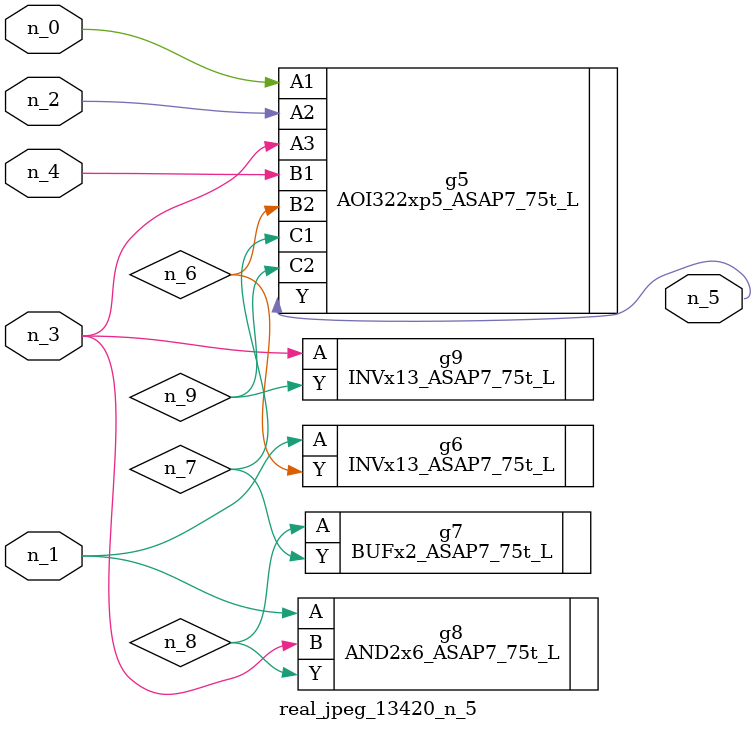
<source format=v>
module real_jpeg_13420_n_5 (n_4, n_0, n_1, n_2, n_3, n_5);

input n_4;
input n_0;
input n_1;
input n_2;
input n_3;

output n_5;

wire n_8;
wire n_6;
wire n_7;
wire n_9;

AOI322xp5_ASAP7_75t_L g5 ( 
.A1(n_0),
.A2(n_2),
.A3(n_3),
.B1(n_4),
.B2(n_6),
.C1(n_7),
.C2(n_9),
.Y(n_5)
);

INVx13_ASAP7_75t_L g6 ( 
.A(n_1),
.Y(n_6)
);

AND2x6_ASAP7_75t_L g8 ( 
.A(n_1),
.B(n_3),
.Y(n_8)
);

INVx13_ASAP7_75t_L g9 ( 
.A(n_3),
.Y(n_9)
);

BUFx2_ASAP7_75t_L g7 ( 
.A(n_8),
.Y(n_7)
);


endmodule
</source>
